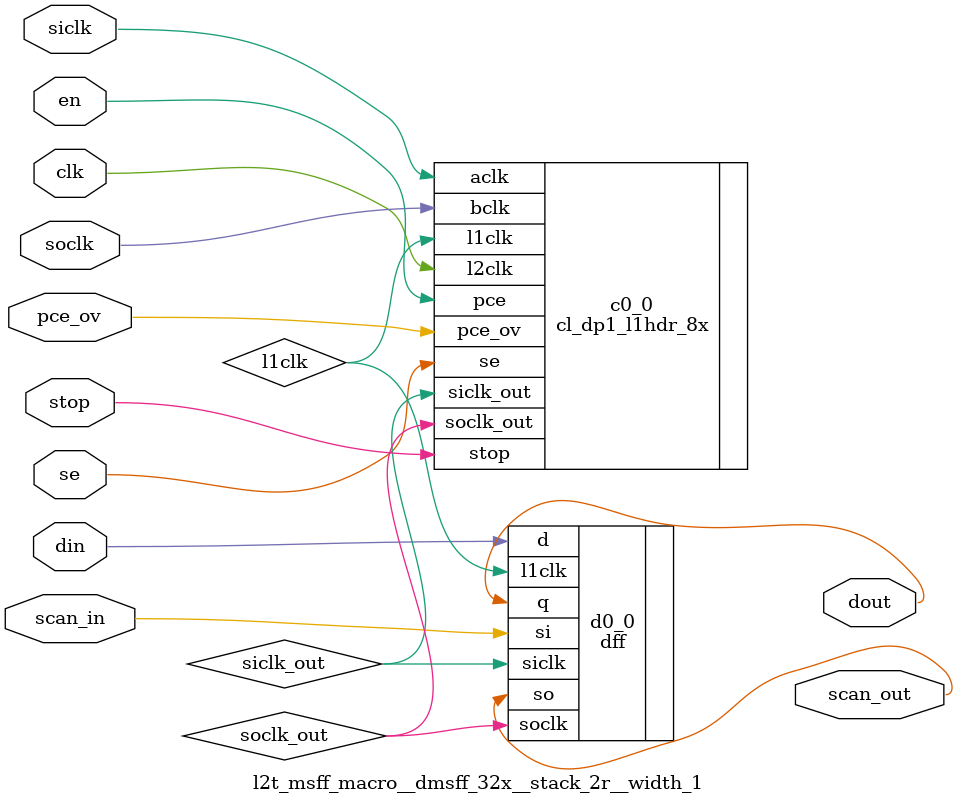
<source format=v>
module l2t_dmo_dp (
  tcu_l2t_coresel, 
  l2t_tcu_dmo_out_prev, 
  mbist_dmo_data_out, 
  l2clk, 
  tcu_clk_stop, 
  tcu_pce_ov, 
  tcu_aclk, 
  tcu_bclk, 
  tcu_scan_en, 
  scan_in, 
  scan_out, 
  l2t_tcu_dmo_out, 
  io_cmp_sync_en, 
  tcu_l2t_shscan_clk_stop, 
  tcu_l2t_shscan_clk_stop_d2);
wire stop;
wire pce_ov;
wire siclk;
wire soclk;
wire se;
wire [38:0] l2t_tcu_dmo_out_unreg;
wire ff_dmo_data_scanin;
wire ff_dmo_data_scanout;
wire ff_dmo_data_1_scanin;
wire ff_dmo_data_1_scanout;
wire io_cmp_sync_en_r1;
wire ff_shadow_scan_clk_stop_scanin;
wire ff_shadow_scan_clk_stop_scanout;



input           tcu_l2t_coresel;        // 1= select current bank dmo out
input   [38:0]  l2t_tcu_dmo_out_prev;   // dmo output from prev bank
//input           tcu_l2t_tag_or_data_sel;        
//input	[38:0]  decc_ret_diag_data_c7;     // dmo data tag or data data
//input	[27:0]  tagd_evict_tag_c3;     // dmo data tag or data data
input	[38:0]	mbist_dmo_data_out;

input		l2clk;
input		tcu_clk_stop;
input		tcu_pce_ov;
input		tcu_aclk;
input		tcu_bclk;
input		tcu_scan_en;
input		scan_in;
output		scan_out;
output  [38:0]  l2t_tcu_dmo_out;        // dmo output from this bank

input		io_cmp_sync_en;
input		tcu_l2t_shscan_clk_stop;
output		tcu_l2t_shscan_clk_stop_d2;

assign stop = tcu_clk_stop;
assign pce_ov = tcu_pce_ov;
assign siclk = tcu_aclk;
assign soclk = tcu_bclk;
assign se = tcu_scan_en;

//mux_macro  mux_data_tag_dmo_data (width=39,ports=2,mux=aope,stack=39c)
//        (
//        .dout   (mbist_dmo_data_out[38:0]),
//        .din0   ({11'b0,tagd_evict_tag_c3[27:0]}),
//        .din1   (decc_ret_diag_data_c7[38:0]),
//        .sel0   (tcu_l2t_tag_or_data_sel)
//        );
//


l2t_mux_macro__dmux_8x__mux_aope__ports_2__stack_20r__width_19  mux_dmo_data	
	(
	.dout	(l2t_tcu_dmo_out_unreg[18:0]),
	.din0	(l2t_tcu_dmo_out_prev[18:0]),
	.din1	(mbist_dmo_data_out[18:0]),
	.sel0	(tcu_l2t_coresel)
	);

l2t_mux_macro__dmux_8x__mux_aope__ports_2__stack_20r__width_20  mux_dmo_data_1 
        (
        .dout   (l2t_tcu_dmo_out_unreg[38:19]),
        .din0   (l2t_tcu_dmo_out_prev[38:19]),
        .din1   (mbist_dmo_data_out[38:19]),
        .sel0   (tcu_l2t_coresel)
        );




l2t_msff_macro__dmsff_32x__stack_20r__width_19  ff_dmo_data     
	(
	.scan_in(ff_dmo_data_scanin),
	.scan_out(ff_dmo_data_scanout),
	.dout	(l2t_tcu_dmo_out[18:0]),
	.din	(l2t_tcu_dmo_out_unreg[18:0]),
	.clk	(l2clk),
	.en	(1'b1),
  .se(se),
  .siclk(siclk),
  .soclk(soclk),
  .pce_ov(pce_ov),
  .stop(stop)
	);



l2t_msff_macro__dmsff_32x__stack_22r__width_21  ff_dmo_data_1     
        (
        .scan_in(ff_dmo_data_1_scanin),
        .scan_out(ff_dmo_data_1_scanout),
        .dout   ({io_cmp_sync_en_r1,l2t_tcu_dmo_out[38:19]}),
        .din    ({io_cmp_sync_en,l2t_tcu_dmo_out_unreg[38:19]}),
        .clk    (l2clk),
        .en     (1'b1),
  .se(se),
  .siclk(siclk),
  .soclk(soclk),
  .pce_ov(pce_ov),
  .stop(stop)
        );


l2t_msff_macro__dmsff_32x__stack_2r__width_1  ff_shadow_scan_clk_stop 
        (
        .scan_in(ff_shadow_scan_clk_stop_scanin),
        .scan_out(ff_shadow_scan_clk_stop_scanout),
        .dout   (tcu_l2t_shscan_clk_stop_d2),
        .din    (tcu_l2t_shscan_clk_stop),
        .clk    (l2clk),
        .en     (io_cmp_sync_en_r1),
  .se(se),
  .siclk(siclk),
  .soclk(soclk),
  .pce_ov(pce_ov),
  .stop(stop)
        );



// fixscan start:
assign ff_dmo_data_scanin        = scan_in                  ;
assign ff_dmo_data_1_scanin      = ff_dmo_data_scanout      ;
assign ff_shadow_scan_clk_stop_scanin = ff_dmo_data_1_scanout    ;
assign scan_out                  = ff_shadow_scan_clk_stop_scanout;
// fixscan end:
endmodule

// general mux macro for pass-gate and and-or muxes with/wout priority encoders
// also for pass-gate with decoder


// any PARAMS parms go into naming of macro

module l2t_mux_macro__dmux_8x__mux_aope__ports_2__stack_20r__width_19 (
  din0, 
  din1, 
  sel0, 
  dout);
wire psel0;
wire psel1;

  input [18:0] din0;
  input [18:0] din1;
  input sel0;
  output [18:0] dout;





cl_dp1_penc2_8x  c0_0 (
 .sel0(sel0),
 .psel0(psel0),
 .psel1(psel1)
);

mux2s /*#(19)*/  d0_0 (
  .sel0(psel0),
  .sel1(psel1),
  .in0(din0[18:0]),
  .in1(din1[18:0]),
.dout(dout[18:0])
);









  



endmodule


// general mux macro for pass-gate and and-or muxes with/wout priority encoders
// also for pass-gate with decoder


// any PARAMS parms go into naming of macro

module l2t_mux_macro__dmux_8x__mux_aope__ports_2__stack_20r__width_20 (
  din0, 
  din1, 
  sel0, 
  dout);
wire psel0;
wire psel1;

  input [19:0] din0;
  input [19:0] din1;
  input sel0;
  output [19:0] dout;





cl_dp1_penc2_8x  c0_0 (
 .sel0(sel0),
 .psel0(psel0),
 .psel1(psel1)
);

mux2s /*#(20)*/  d0_0 (
  .sel0(psel0),
  .sel1(psel1),
  .in0(din0[19:0]),
  .in1(din1[19:0]),
.dout(dout[19:0])
);









  



endmodule




// any PARAMS parms go into naming of macro

module l2t_msff_macro__dmsff_32x__stack_20r__width_19 (
  din, 
  clk, 
  en, 
  se, 
  scan_in, 
  siclk, 
  soclk, 
  pce_ov, 
  stop, 
  dout, 
  scan_out);
wire l1clk;
wire siclk_out;
wire soclk_out;
wire [17:0] so;

  input [18:0] din;


  input clk;
  input en;
  input se;
  input scan_in;
  input siclk;
  input soclk;
  input pce_ov;
  input stop;



  output [18:0] dout;


  output scan_out;




cl_dp1_l1hdr_8x c0_0 (
.l2clk(clk),
.pce(en),
.aclk(siclk),
.bclk(soclk),
.l1clk(l1clk),
  .se(se),
  .pce_ov(pce_ov),
  .stop(stop),
  .siclk_out(siclk_out),
  .soclk_out(soclk_out)
);
dff /*#(19)*/  d0_0 (
.l1clk(l1clk),
.siclk(siclk_out),
.soclk(soclk_out),
.d(din[18:0]),
.si({scan_in,so[17:0]}),
.so({so[17:0],scan_out}),
.q(dout[18:0])
);




















endmodule




// any PARAMS parms go into naming of macro

module l2t_msff_macro__dmsff_32x__stack_22r__width_21 (
  din, 
  clk, 
  en, 
  se, 
  scan_in, 
  siclk, 
  soclk, 
  pce_ov, 
  stop, 
  dout, 
  scan_out);
wire l1clk;
wire siclk_out;
wire soclk_out;
wire [19:0] so;

  input [20:0] din;


  input clk;
  input en;
  input se;
  input scan_in;
  input siclk;
  input soclk;
  input pce_ov;
  input stop;



  output [20:0] dout;


  output scan_out;




cl_dp1_l1hdr_8x c0_0 (
.l2clk(clk),
.pce(en),
.aclk(siclk),
.bclk(soclk),
.l1clk(l1clk),
  .se(se),
  .pce_ov(pce_ov),
  .stop(stop),
  .siclk_out(siclk_out),
  .soclk_out(soclk_out)
);
dff /*#(21)*/  d0_0 (
.l1clk(l1clk),
.siclk(siclk_out),
.soclk(soclk_out),
.d(din[20:0]),
.si({scan_in,so[19:0]}),
.so({so[19:0],scan_out}),
.q(dout[20:0])
);




















endmodule








// any PARAMS parms go into naming of macro

module l2t_msff_macro__dmsff_32x__stack_2r__width_1 (
  din, 
  clk, 
  en, 
  se, 
  scan_in, 
  siclk, 
  soclk, 
  pce_ov, 
  stop, 
  dout, 
  scan_out);
wire l1clk;
wire siclk_out;
wire soclk_out;

  input [0:0] din;


  input clk;
  input en;
  input se;
  input scan_in;
  input siclk;
  input soclk;
  input pce_ov;
  input stop;



  output [0:0] dout;


  output scan_out;




cl_dp1_l1hdr_8x c0_0 (
.l2clk(clk),
.pce(en),
.aclk(siclk),
.bclk(soclk),
.l1clk(l1clk),
  .se(se),
  .pce_ov(pce_ov),
  .stop(stop),
  .siclk_out(siclk_out),
  .soclk_out(soclk_out)
);
dff /*#(1)*/  d0_0 (
.l1clk(l1clk),
.siclk(siclk_out),
.soclk(soclk_out),
.d(din[0:0]),
.si(scan_in),
.so(scan_out),
.q(dout[0:0])
);




















endmodule




</source>
